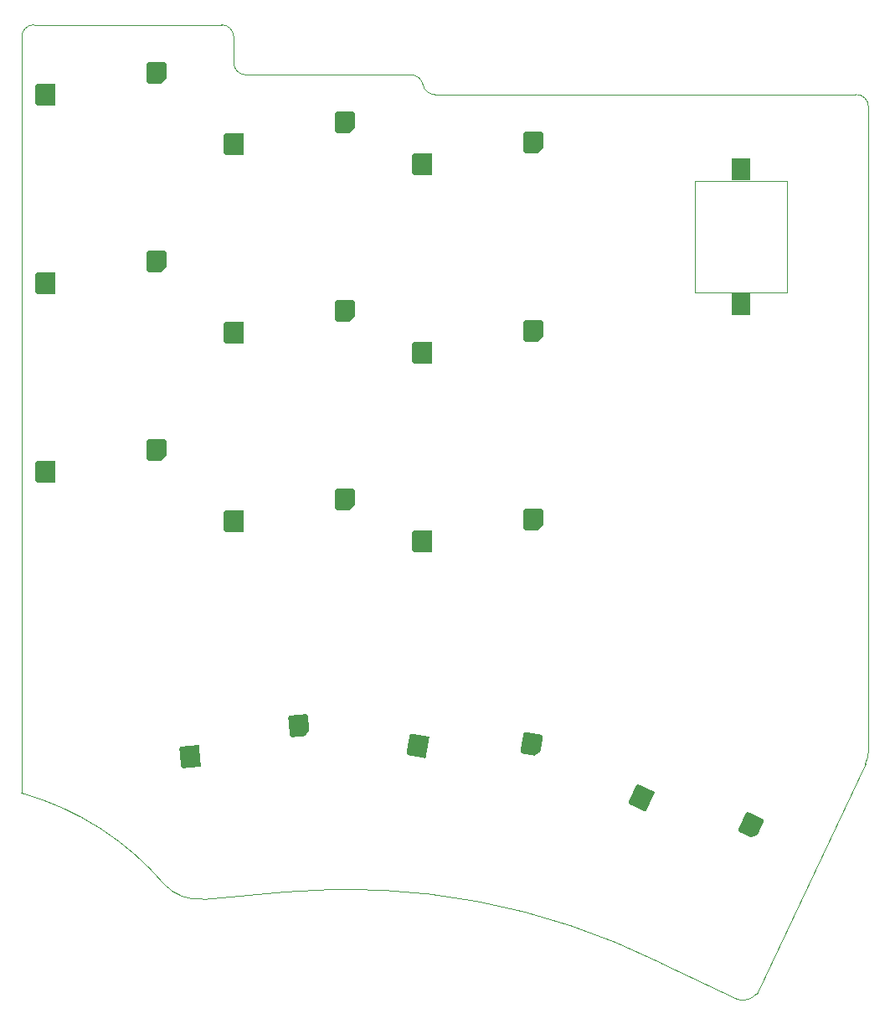
<source format=gtp>
%TF.GenerationSoftware,KiCad,Pcbnew,(7.0.0-0)*%
%TF.CreationDate,2023-05-01T13:28:00-07:00*%
%TF.ProjectId,cantor-master-key,63616e74-6f72-42d6-9d61-737465722d6b,rev1.0*%
%TF.SameCoordinates,PX78114e0PY44b6550*%
%TF.FileFunction,Paste,Top*%
%TF.FilePolarity,Positive*%
%FSLAX46Y46*%
G04 Gerber Fmt 4.6, Leading zero omitted, Abs format (unit mm)*
G04 Created by KiCad (PCBNEW (7.0.0-0)) date 2023-05-01 13:28:00*
%MOMM*%
%LPD*%
G01*
G04 APERTURE LIST*
G04 Aperture macros list*
%AMFreePoly0*
4,1,13,-1.000000,0.860000,-0.981731,0.951844,-0.929706,1.029706,-0.851844,1.081731,-0.760000,1.100000,1.000000,1.100000,1.000000,-1.100000,-0.760000,-1.100000,-0.851844,-1.081731,-0.929706,-1.029706,-0.981731,-0.951844,-1.000000,-0.860000,-1.000000,0.860000,-1.000000,0.860000,$1*%
%AMFreePoly1*
4,1,18,-1.000000,0.860000,-0.981731,0.951844,-0.929706,1.029706,-0.851844,1.081731,-0.760000,1.100000,0.760000,1.100000,0.851844,1.081731,0.929706,1.029706,0.981731,0.951844,1.000000,0.860000,1.000000,-0.600000,0.500000,-1.100000,-0.760000,-1.100000,-0.851844,-1.081731,-0.929706,-1.029706,-0.981731,-0.951844,-1.000000,-0.860000,-1.000000,0.860000,-1.000000,0.860000,$1*%
G04 Aperture macros list end*
%ADD10FreePoly0,0.000000*%
%ADD11FreePoly1,0.000000*%
%ADD12FreePoly0,5.000000*%
%ADD13FreePoly1,5.000000*%
%ADD14R,1.955800X2.311400*%
%ADD15FreePoly0,335.000000*%
%ADD16FreePoly1,335.000000*%
%ADD17FreePoly0,350.000000*%
%ADD18FreePoly1,350.000000*%
%TA.AperFunction,Profile*%
%ADD19C,0.100000*%
%TD*%
%TA.AperFunction,Profile*%
%ADD20C,0.120000*%
%TD*%
G04 APERTURE END LIST*
D10*
%TO.C,K25*%
X29824999Y-22349999D03*
D11*
X41099999Y-20149999D03*
%TD*%
D10*
%TO.C,K24*%
X10774999Y-20349999D03*
D11*
X22049999Y-18149999D03*
%TD*%
D10*
%TO.C,K04*%
X10774999Y17749999D03*
D11*
X22049999Y19949999D03*
%TD*%
D12*
%TO.C,K30*%
X6334012Y-44185292D03*
D13*
X17374364Y-41010983D03*
%TD*%
D10*
%TO.C,K14*%
X10774999Y-1299999D03*
D11*
X22049999Y899999D03*
%TD*%
D10*
%TO.C,K23*%
X-8274999Y-15349999D03*
D11*
X2999999Y-13149999D03*
%TD*%
D10*
%TO.C,K03*%
X-8274999Y22749999D03*
D11*
X2999999Y24949999D03*
%TD*%
D14*
%TO.C,LS1*%
X62084999Y15188999D03*
X62084999Y1599999D03*
%TD*%
D10*
%TO.C,K15*%
X29824999Y-3299999D03*
D11*
X41099999Y-1099999D03*
%TD*%
D15*
%TO.C,K32*%
X51963990Y-48299494D03*
D16*
X63112370Y-51070638D03*
%TD*%
D10*
%TO.C,K05*%
X29824999Y15749999D03*
D11*
X41099999Y17949999D03*
%TD*%
D10*
%TO.C,K13*%
X-8274999Y3699999D03*
D11*
X2999999Y5899999D03*
%TD*%
D17*
%TO.C,K31*%
X29393213Y-43069272D03*
D18*
X40878947Y-42860578D03*
%TD*%
D19*
X3789999Y-57090001D02*
G75*
G03*
X-10673448Y-47830000I-22363720J-19005078D01*
G01*
X63630000Y-68110000D02*
X74635831Y-44865940D01*
X3789970Y-57090029D02*
G75*
G03*
X7610000Y-58539999I3440030J3305929D01*
G01*
X29900001Y23770000D02*
G75*
G03*
X31110000Y22759999I1209999J219800D01*
G01*
X73670000Y22760000D02*
X31110000Y22760000D01*
X-10673448Y28570000D02*
X-10673448Y-47830000D01*
X-9436896Y29806552D02*
X9530000Y29806552D01*
X12003104Y24750000D02*
X28690000Y24750000D01*
X74960028Y21510000D02*
G75*
G03*
X73670000Y22759999I-1241028J9900D01*
G01*
X74635824Y-44865936D02*
G75*
G03*
X74959999Y-43570000I-2650524J1351536D01*
G01*
X10766552Y28570000D02*
X10766552Y25980000D01*
X15940000Y-57820000D02*
X7610000Y-58540000D01*
X53910000Y-64960000D02*
X61613868Y-68641488D01*
X29900008Y23770002D02*
G75*
G03*
X28690000Y24750000I-1210008J-257002D01*
G01*
X10766583Y25980000D02*
G75*
G03*
X12003104Y24750000I1230017J0D01*
G01*
X-9436896Y29806548D02*
G75*
G03*
X-10673448Y28570000I-4J-1236548D01*
G01*
X10766552Y28570000D02*
G75*
G03*
X9530000Y29806552I-1236552J0D01*
G01*
X74960000Y-43570000D02*
X74960000Y21510000D01*
X61613883Y-68641447D02*
G75*
G03*
X63629999Y-68109999I623117J1726047D01*
G01*
X53910001Y-64959998D02*
G75*
G03*
X15940000Y-57820000I-31697901J-64036302D01*
G01*
D20*
%TO.C,LS1*%
X66735000Y14044500D02*
X57435000Y14044500D01*
X57435000Y14044500D02*
X57435000Y2744500D01*
X57435000Y2744500D02*
X66735000Y2744500D01*
X66735000Y2744500D02*
X66735000Y14044500D01*
%TD*%
M02*

</source>
